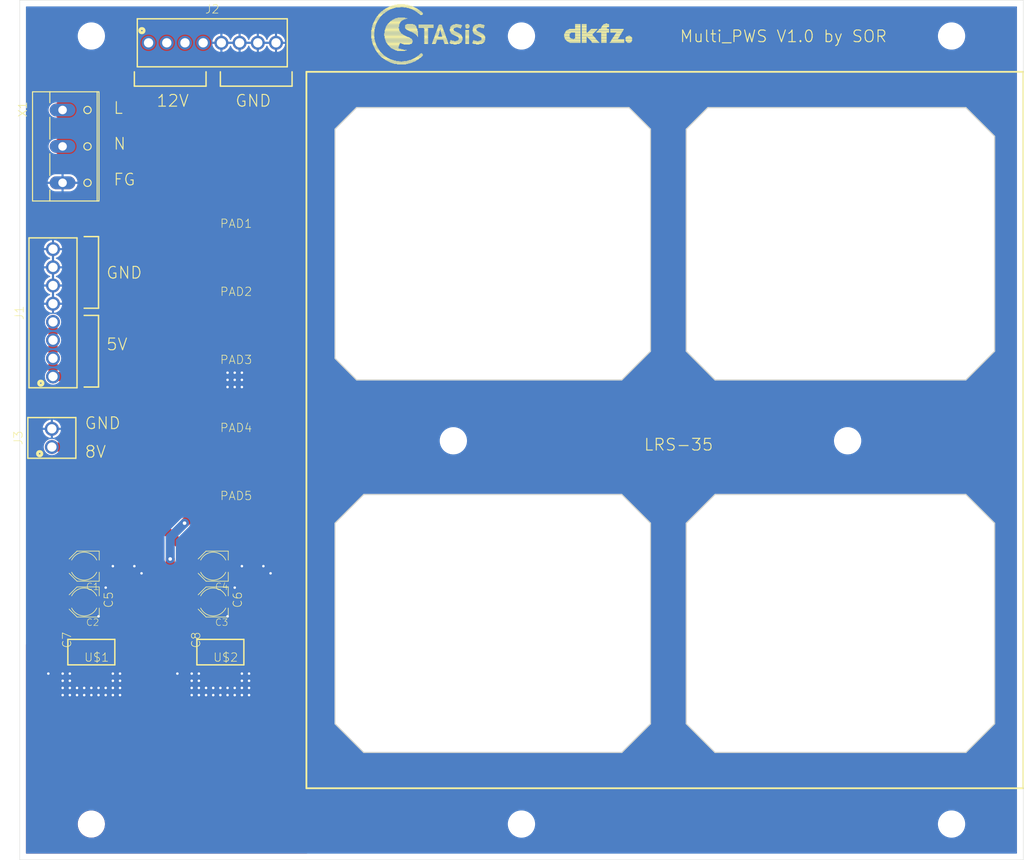
<source format=kicad_pcb>
(kicad_pcb (version 20240108) (generator "pcbnew") (generator_version "8.0")
  (layers (0 "F.Cu" signal) (31 "B.Cu" signal) (34 "B.Paste" user) (35 "F.Paste" user) (36 "B.SilkS" user "B.Silkscreen") (37 "F.SilkS" user "F.Silkscreen") (38 "B.Mask" user) (39 "F.Mask" user) (44 "Edge.Cuts" user))
  (net 0 "")
  (net 1 "L")
  (net 2 "N")
  (net 3 "12V")
  (net 4 "5V")
  (net 5 "8V")
  (net 6 "GND")
  (footprint "" (layer "F.Cu") (at 208.5011 50.0036)
    (property "Reference" "@HOLE2" (hide yes))
    (property "Value" "")
    (pad "" np_thru_hole circle (at 0 0) (size 3.3 3.3) (drill 3.3) (layers "*.Cu" "*.Mask"))
  )
  (footprint "Multi_PWS_V1p0:PANASONIC_B_334" (layer "F.Cu") (at 105.5011 129.0036 180)
    (property "Reference" "C3" (at -2.15 -2.3 0) (layer "F.SilkS") (effects (font (size 0.941222 0.941222) (thickness 0.074778)) (justify right top)))
    (property "Value" "22µF")
    (pad "+" smd rect (at 1.6 0 180) (size 2.2 1.4) (layers "F.Cu" "F.Paste" "F.Mask") (net 4 "5V"))
    (pad "-" smd rect (at -1.6 0 180) (size 2.2 1.4) (layers "F.Cu" "F.Paste" "F.Mask") (net 6 "GND"))
  )
  (footprint "Multi_PWS_V1p0:691210910008_16280519" (layer "F.Cu") (at 83.1511 88.6436 90)
    (property "Reference" "J1" (at 0 -4 90) (layer "F.SilkS") (effects (font (size 1.176528 1.176528) (thickness 0.093472)) (justify bottom)))
    (property "Value" "5V")
    (pad "1" thru_hole circle (at -8.89 0 90) (size 1.95 1.95) (drill 1.3) (layers "*.Cu" "*.Mask") (net 4 "5V"))
    (pad "2" thru_hole circle (at -6.35 0 90) (size 1.95 1.95) (drill 1.3) (layers "*.Cu" "*.Mask") (net 4 "5V"))
    (pad "3" thru_hole circle (at -3.81 0 90) (size 1.95 1.95) (drill 1.3) (layers "*.Cu" "*.Mask") (net 4 "5V"))
    (pad "4" thru_hole circle (at -1.27 0 90) (size 1.95 1.95) (drill 1.3) (layers "*.Cu" "*.Mask") (net 4 "5V"))
    (pad "5" thru_hole circle (at 1.27 0 90) (size 1.95 1.95) (drill 1.3) (layers "*.Cu" "*.Mask") (net 6 "GND"))
    (pad "6" thru_hole circle (at 3.81 0 90) (size 1.95 1.95) (drill 1.3) (layers "*.Cu" "*.Mask") (net 6 "GND"))
    (pad "7" thru_hole circle (at 6.35 0 90) (size 1.95 1.95) (drill 1.3) (layers "*.Cu" "*.Mask") (net 6 "GND"))
    (pad "8" thru_hole circle (at 8.89 0 90) (size 1.95 1.95) (drill 1.3) (layers "*.Cu" "*.Mask") (net 6 "GND"))
  )
  (footprint "Multi_PWS_V1p0:C1210_334" (layer "F.Cu") (at 93.5011 128.0036 90)
    (property "Reference" "C5" (at -1.905 -1.905 90) (layer "F.SilkS") (effects (font (size 1.176528 1.176528) (thickness 0.093472)) (justify left bottom)))
    (property "Value" "10µF")
    (pad "1" smd rect (at -1.4 0 90) (size 1.6 2.7) (layers "F.Cu" "F.Paste" "F.Mask") (net 3 "12V"))
    (pad "2" smd rect (at 1.4 0 90) (size 1.6 2.7) (layers "F.Cu" "F.Paste" "F.Mask") (net 6 "GND"))
  )
  (footprint "" (layer "F.Cu") (at 194.0011 106.5036)
    (property "Reference" "@HOLE7" (hide yes))
    (property "Value" "")
    (pad "" np_thru_hole circle (at 0 0) (size 3.3 3.3) (drill 3.3) (layers "*.Cu" "*.Mask"))
  )
  (footprint "Multi_PWS_V1p0:SMD2,54-5,08_412" (layer "F.Cu") (at 108.5011 112.0036 90)
    (property "Reference" "PAD5" (at -1.5 2.5 0) (layer "F.SilkS") (effects (font (size 1.176528 1.176528) (thickness 0.093472)) (justify right top)))
    (property "Value" "")
    (pad "1" smd rect (at 0 0 90) (size 2.54 5.08) (layers "F.Cu" "F.Paste" "F.Mask") (net 3 "12V"))
  )
  (footprint "Multi_PWS_V1p0:SMD2,54-5,08_412" (layer "F.Cu") (at 108.5011 74.0036 90)
    (property "Reference" "PAD1" (at -1.5 2.5 0) (layer "F.SilkS") (effects (font (size 1.176528 1.176528) (thickness 0.093472)) (justify right top)))
    (property "Value" "")
    (pad "1" smd rect (at 0 0 90) (size 2.54 5.08) (layers "F.Cu" "F.Paste" "F.Mask") (net 1 "L"))
  )
  (footprint "Multi_PWS_V1p0:C1210_334" (layer "F.Cu") (at 111.5011 128.0036 90)
    (property "Reference" "C6" (at -1.905 -1.905 90) (layer "F.SilkS") (effects (font (size 1.176528 1.176528) (thickness 0.093472)) (justify left bottom)))
    (property "Value" "10µF")
    (pad "1" smd rect (at -1.4 0 90) (size 1.6 2.7) (layers "F.Cu" "F.Paste" "F.Mask") (net 3 "12V"))
    (pad "2" smd rect (at 1.4 0 90) (size 1.6 2.7) (layers "F.Cu" "F.Paste" "F.Mask") (net 6 "GND"))
  )
  (footprint "Multi_PWS_V1p0:SOT223" (layer "F.Cu") (at 106.5011 136.0036 180)
    (property "Reference" "U$2" (at -2.54 -0.0508 0) (layer "F.SilkS") (effects (font (size 1.176528 1.176528) (thickness 0.093472)) (justify right top)))
    (property "Value" "LM2940IMPX-5.0")
    (pad "1" smd rect (at -2.3114 3.0988 180) (size 1.2192 2.2352) (layers "F.Cu" "F.Paste" "F.Mask") (net 3 "12V"))
    (pad "2" smd rect (at 0 3.0988 180) (size 1.2192 2.2352) (layers "F.Cu" "F.Paste" "F.Mask") (net 6 "GND"))
    (pad "3" smd rect (at 2.3114 3.0988 180) (size 1.2192 2.2352) (layers "F.Cu" "F.Paste" "F.Mask") (net 4 "5V"))
    (pad "4" smd rect (at 0 -3.099 180) (size 3.6 2.2) (layers "F.Cu" "F.Paste" "F.Mask") (net 6 "GND"))
  )
  (footprint "Multi_PWS_V1p0:691210910008_16280519" (layer "F.Cu") (at 105.3711 50.9536)
    (property "Reference" "J2" (at 0 -4 0) (layer "F.SilkS") (effects (font (size 1.176528 1.176528) (thickness 0.093472)) (justify bottom)))
    (property "Value" "Fans (12V)")
    (pad "1" thru_hole circle (at -8.89 0) (size 1.95 1.95) (drill 1.3) (layers "*.Cu" "*.Mask") (net 3 "12V"))
    (pad "2" thru_hole circle (at -6.35 0) (size 1.95 1.95) (drill 1.3) (layers "*.Cu" "*.Mask") (net 3 "12V"))
    (pad "3" thru_hole circle (at -3.81 0) (size 1.95 1.95) (drill 1.3) (layers "*.Cu" "*.Mask") (net 3 "12V"))
    (pad "4" thru_hole circle (at -1.27 0) (size 1.95 1.95) (drill 1.3) (layers "*.Cu" "*.Mask") (net 3 "12V"))
    (pad "5" thru_hole circle (at 1.27 0) (size 1.95 1.95) (drill 1.3) (layers "*.Cu" "*.Mask") (net 6 "GND"))
    (pad "6" thru_hole circle (at 3.81 0) (size 1.95 1.95) (drill 1.3) (layers "*.Cu" "*.Mask") (net 6 "GND"))
    (pad "7" thru_hole circle (at 6.35 0) (size 1.95 1.95) (drill 1.3) (layers "*.Cu" "*.Mask") (net 6 "GND"))
    (pad "8" thru_hole circle (at 8.89 0) (size 1.95 1.95) (drill 1.3) (layers "*.Cu" "*.Mask") (net 6 "GND"))
  )
  (footprint "Multi_PWS_V1p0:SMD2,54-5,08_412" (layer "F.Cu") (at 108.5011 102.5036 90)
    (property "Reference" "PAD4" (at -1.5 2.5 0) (layer "F.SilkS") (effects (font (size 1.176528 1.176528) (thickness 0.093472)) (justify right top)))
    (property "Value" "")
    (pad "1" smd rect (at 0 0 90) (size 2.54 5.08) (layers "F.Cu" "F.Paste" "F.Mask") (net 6 "GND"))
  )
  (footprint "Multi_PWS_V1p0:C1210_334" (layer "F.Cu") (at 100.5011 135.0036 -90)
    (property "Reference" "C8" (at -1.905 -1.905 90) (layer "F.SilkS") (effects (font (size 1.176528 1.176528) (thickness 0.093472)) (justify right top)))
    (property "Value" "100nF")
    (pad "1" smd rect (at -1.4 0 270) (size 1.6 2.7) (layers "F.Cu" "F.Paste" "F.Mask") (net 4 "5V"))
    (pad "2" smd rect (at 1.4 0 270) (size 1.6 2.7) (layers "F.Cu" "F.Paste" "F.Mask") (net 6 "GND"))
  )
  (footprint "Multi_PWS_V1p0:PANASONIC_B_334" (layer "F.Cu") (at 87.5011 124.0036 180)
    (property "Reference" "C1" (at -2.15 -2.3 0) (layer "F.SilkS") (effects (font (size 0.941222 0.941222) (thickness 0.074778)) (justify right top)))
    (property "Value" "22µF")
    (pad "+" smd rect (at 1.6 0 180) (size 2.2 1.4) (layers "F.Cu" "F.Paste" "F.Mask") (net 5 "8V"))
    (pad "-" smd rect (at -1.6 0 180) (size 2.2 1.4) (layers "F.Cu" "F.Paste" "F.Mask") (net 6 "GND"))
  )
  (footprint "Multi_PWS_V1p0:691210910002_16280519" (layer "F.Cu") (at 82.9911 106.1036 90)
    (property "Reference" "J3" (at 0 -4 90) (layer "F.SilkS") (effects (font (size 1.176528 1.176528) (thickness 0.093472)) (justify bottom)))
    (property "Value" "8V")
    (pad "1" thru_hole circle (at -1.27 0 90) (size 1.95 1.95) (drill 1.3) (layers "*.Cu" "*.Mask") (net 5 "8V"))
    (pad "2" thru_hole circle (at 1.27 0 90) (size 1.95 1.95) (drill 1.3) (layers "*.Cu" "*.Mask") (net 6 "GND"))
  )
  (footprint "Multi_PWS_V1p0:LOGO_STASIS" (layer "F.Cu") (at 136.5011 50.0036)
    (property "Reference" "U$4" (hide yes))
    (property "Value" "" (hide yes))
  )
  (footprint "Multi_PWS_V1p0:C1210_334" (layer "F.Cu") (at 82.5011 135.0036 -90)
    (property "Reference" "C7" (at -1.905 -1.905 90) (layer "F.SilkS") (effects (font (size 1.176528 1.176528) (thickness 0.093472)) (justify right top)))
    (property "Value" "100nF")
    (pad "1" smd rect (at -1.4 0 270) (size 1.6 2.7) (layers "F.Cu" "F.Paste" "F.Mask") (net 5 "8V"))
    (pad "2" smd rect (at 1.4 0 270) (size 1.6 2.7) (layers "F.Cu" "F.Paste" "F.Mask") (net 6 "GND"))
  )
  (footprint "" (layer "F.Cu") (at 88.5011 160.0036)
    (property "Reference" "@HOLE1" (hide yes))
    (property "Value" "")
    (pad "" np_thru_hole circle (at 0 0) (size 3.3 3.3) (drill 3.3) (layers "*.Cu" "*.Mask"))
  )
  (footprint "Multi_PWS_V1p0:SMD2,54-5,08_412" (layer "F.Cu") (at 108.5011 93.0036 90)
    (property "Reference" "PAD3" (at -1.5 2.5 0) (layer "F.SilkS") (effects (font (size 1.176528 1.176528) (thickness 0.093472)) (justify right top)))
    (property "Value" "")
    (pad "1" smd rect (at 0 0 90) (size 2.54 5.08) (layers "F.Cu" "F.Paste" "F.Mask") (net 6 "GND"))
  )
  (footprint "" (layer "F.Cu") (at 148.5011 160.0036)
    (property "Reference" "@HOLE5" (hide yes))
    (property "Value" "")
    (pad "" np_thru_hole circle (at 0 0) (size 3.3 3.3) (drill 3.3) (layers "*.Cu" "*.Mask"))
  )
  (footprint "" (layer "F.Cu") (at 148.5011 50.0036)
    (property "Reference" "@HOLE4" (hide yes))
    (property "Value" "")
    (pad "" np_thru_hole circle (at 0 0) (size 3.3 3.3) (drill 3.3) (layers "*.Cu" "*.Mask"))
  )
  (footprint "Multi_PWS_V1p0:SOT223" (layer "F.Cu") (at 88.5011 136.0036 180)
    (property "Reference" "U$1" (at -2.54 -0.0508 0) (layer "F.SilkS") (effects (font (size 1.176528 1.176528) (thickness 0.093472)) (justify right top)))
    (property "Value" "LM2940IMPX-8.0")
    (pad "1" smd rect (at -2.3114 3.0988 180) (size 1.2192 2.2352) (layers "F.Cu" "F.Paste" "F.Mask") (net 3 "12V"))
    (pad "2" smd rect (at 0 3.0988 180) (size 1.2192 2.2352) (layers "F.Cu" "F.Paste" "F.Mask") (net 6 "GND"))
    (pad "3" smd rect (at 2.3114 3.0988 180) (size 1.2192 2.2352) (layers "F.Cu" "F.Paste" "F.Mask") (net 5 "8V"))
    (pad "4" smd rect (at 0 -3.099 180) (size 3.6 2.2) (layers "F.Cu" "F.Paste" "F.Mask") (net 6 "GND"))
  )
  (footprint "Multi_PWS_V1p0:PANASONIC_B_334" (layer "F.Cu") (at 105.5011 124.0036 180)
    (property "Reference" "C4" (at -2.15 -2.3 0) (layer "F.SilkS") (effects (font (size 0.941222 0.941222) (thickness 0.074778)) (justify right top)))
    (property "Value" "22µF")
    (pad "+" smd rect (at 1.6 0 180) (size 2.2 1.4) (layers "F.Cu" "F.Paste" "F.Mask") (net 4 "5V"))
    (pad "-" smd rect (at -1.6 0 180) (size 2.2 1.4) (layers "F.Cu" "F.Paste" "F.Mask") (net 6 "GND"))
  )
  (footprint "Multi_PWS_V1p0:W237-3E_196" (layer "F.Cu") (at 85.1211 65.4136 -90)
    (property "Reference" "X1" (at -6.35 6.858 90) (layer "F.SilkS") (effects (font (size 1.1557 1.1557) (thickness 0.1143)) (justify right top)))
    (property "Value" "")
    (pad "1" thru_hole oval (at -5.08 0.635) (size 3.5814 1.7907) (drill 1.1938) (layers "*.Cu" "*.Mask") (net 1 "L"))
    (pad "2" thru_hole oval (at 0 0.635) (size 3.5814 1.7907) (drill 1.1938) (layers "*.Cu" "*.Mask") (net 2 "N"))
    (pad "3" thru_hole oval (at 5.08 0.635) (size 3.5814 1.7907) (drill 1.1938) (layers "*.Cu" "*.Mask") (net 6 "GND"))
  )
  (footprint "" (layer "F.Cu") (at 208.5011 160.0036)
    (property "Reference" "@HOLE3" (hide yes))
    (property "Value" "")
    (pad "" np_thru_hole circle (at 0 0) (size 3.3 3.3) (drill 3.3) (layers "*.Cu" "*.Mask"))
  )
  (footprint "" (layer "F.Cu") (at 88.5011 50.0036)
    (property "Reference" "@HOLE0" (hide yes))
    (property "Value" "")
    (pad "" np_thru_hole circle (at 0 0) (size 3.3 3.3) (drill 3.3) (layers "*.Cu" "*.Mask"))
  )
  (footprint "Multi_PWS_V1p0:PANASONIC_B_334" (layer "F.Cu") (at 87.5011 129.0036 180)
    (property "Reference" "C2" (at -2.15 -2.3 0) (layer "F.SilkS") (effects (font (size 0.941222 0.941222) (thickness 0.074778)) (justify right top)))
    (property "Value" "22µF")
    (pad "+" smd rect (at 1.6 0 180) (size 2.2 1.4) (layers "F.Cu" "F.Paste" "F.Mask") (net 5 "8V"))
    (pad "-" smd rect (at -1.6 0 180) (size 2.2 1.4) (layers "F.Cu" "F.Paste" "F.Mask") (net 6 "GND"))
  )
  (footprint "Multi_PWS_V1p0:SMD2,54-5,08_412" (layer "F.Cu") (at 108.5011 83.5036 90)
    (property "Reference" "PAD2" (at -1.5 2.5 0) (layer "F.SilkS") (effects (font (size 1.176528 1.176528) (thickness 0.093472)) (justify right top)))
    (property "Value" "")
    (pad "1" smd rect (at 0 0 90) (size 2.54 5.08) (layers "F.Cu" "F.Paste" "F.Mask") (net 2 "N"))
  )
  (footprint "Multi_PWS_V1p0:LOGO_DKFZ" (layer "F.Cu") (at 154.5011 51.0036)
    (property "Reference" "U$3" (hide yes))
    (property "Value" "" (hide yes))
  )
  (footprint "" (layer "F.Cu") (at 139.0011 106.5036)
    (property "Reference" "@HOLE6" (hide yes))
    (property "Value" "")
    (pad "" np_thru_hole circle (at 0 0) (size 3.3 3.3) (drill 3.3) (layers "*.Cu" "*.Mask"))
  )
  (gr_line (start 87.5011 89.0036) (end 89.5011 89.0036) (stroke (width 0.2032)) (layer "F.SilkS"))
  (gr_line (start 118.5011 55.0036) (end 218.5011 55.0036) (stroke (width 0.254)) (layer "F.SilkS"))
  (gr_line (start 89.5011 99.0036) (end 87.5011 99.0036) (stroke (width 0.2032)) (layer "F.SilkS"))
  (gr_line (start 118.5011 155.0036) (end 118.5011 55.0036) (stroke (width 0.254)) (layer "F.SilkS"))
  (gr_line (start 218.5011 55.0036) (end 218.5011 155.0036) (stroke (width 0.254)) (layer "F.SilkS"))
  (gr_line (start 116.5011 57.0036) (end 116.5011 55.0036) (stroke (width 0.2032)) (layer "F.SilkS"))
  (gr_line (start 218.5011 155.0036) (end 118.5011 155.0036) (stroke (width 0.254)) (layer "F.SilkS"))
  (gr_line (start 106.5011 57.0036) (end 116.5011 57.0036) (stroke (width 0.2032)) (layer "F.SilkS"))
  (gr_line (start 94.5011 55.0036) (end 94.5011 57.0036) (stroke (width 0.2032)) (layer "F.SilkS"))
  (gr_line (start 104.5011 57.0036) (end 104.5011 55.0036) (stroke (width 0.2032)) (layer "F.SilkS"))
  (gr_line (start 89.5011 89.0036) (end 89.5011 99.0036) (stroke (width 0.2032)) (layer "F.SilkS"))
  (gr_line (start 89.5011 78.0036) (end 87.5011 78.0036) (stroke (width 0.2032)) (layer "F.SilkS"))
  (gr_line (start 106.5011 55.0036) (end 106.5011 57.0036) (stroke (width 0.2032)) (layer "F.SilkS"))
  (gr_line (start 94.5011 57.0036) (end 104.5011 57.0036) (stroke (width 0.2032)) (layer "F.SilkS"))
  (gr_line (start 89.5011 88.0036) (end 89.5011 78.0036) (stroke (width 0.2032)) (layer "F.SilkS"))
  (gr_line (start 87.5011 88.0036) (end 89.5011 88.0036) (stroke (width 0.2032)) (layer "F.SilkS"))
  (gr_line (start 162.5011 150.0036) (end 166.5011 146.0036) (stroke (width 0.1524)) (layer "Edge.Cuts"))
  (gr_line (start 166.5011 94.0036) (end 166.5011 63.0036) (stroke (width 0.1524)) (layer "Edge.Cuts"))
  (gr_line (start 175.5011 98.0036) (end 210.5011 98.0036) (stroke (width 0.1524)) (layer "Edge.Cuts"))
  (gr_line (start 171.5011 63.0036) (end 171.5011 94.0036) (stroke (width 0.1524)) (layer "Edge.Cuts"))
  (gr_line (start 214.5011 118.0036) (end 214.5011 146.0036) (stroke (width 0.1524)) (layer "Edge.Cuts"))
  (gr_line (start 125.5011 98.0036) (end 162.5011 98.0036) (stroke (width 0.1524)) (layer "Edge.Cuts"))
  (gr_line (start 166.5011 146.0036) (end 166.5011 118.0036) (stroke (width 0.1524)) (layer "Edge.Cuts"))
  (gr_line (start 171.5011 146.0036) (end 171.5011 118.0036) (stroke (width 0.1524)) (layer "Edge.Cuts"))
  (gr_line (start 171.5011 94.0036) (end 175.5011 98.0036) (stroke (width 0.1524)) (layer "Edge.Cuts"))
  (gr_line (start 166.5011 118.0036) (end 162.5011 114.0036) (stroke (width 0.1524)) (layer "Edge.Cuts"))
  (gr_line (start 122.5011 146.0036) (end 126.5011 150.0036) (stroke (width 0.1524)) (layer "Edge.Cuts"))
  (gr_line (start 78.5011 45.0036) (end 78.5011 165.0036) (stroke (width 0.05)) (layer "Edge.Cuts"))
  (gr_line (start 126.5011 150.0036) (end 162.5011 150.0036) (stroke (width 0.1524)) (layer "Edge.Cuts"))
  (gr_line (start 218.5011 165.0036) (end 218.5011 45.0036) (stroke (width 0.05)) (layer "Edge.Cuts"))
  (gr_line (start 218.5011 45.0036) (end 78.5011 45.0036) (stroke (width 0.05)) (layer "Edge.Cuts"))
  (gr_line (start 210.5011 60.0036) (end 174.5011 60.0036) (stroke (width 0.1524)) (layer "Edge.Cuts"))
  (gr_line (start 174.5011 60.0036) (end 171.5011 63.0036) (stroke (width 0.1524)) (layer "Edge.Cuts"))
  (gr_line (start 214.5011 64.0036) (end 210.5011 60.0036) (stroke (width 0.1524)) (layer "Edge.Cuts"))
  (gr_line (start 162.5011 114.0036) (end 126.5011 114.0036) (stroke (width 0.1524)) (layer "Edge.Cuts"))
  (gr_line (start 214.5011 94.0036) (end 214.5011 64.0036) (stroke (width 0.1524)) (layer "Edge.Cuts"))
  (gr_line (start 163.5011 60.0036) (end 125.5011 60.0036) (stroke (width 0.1524)) (layer "Edge.Cuts"))
  (gr_line (start 78.5011 165.0036) (end 218.5011 165.0036) (stroke (width 0.05)) (layer "Edge.Cuts"))
  (gr_line (start 210.5011 114.0036) (end 214.5011 118.0036) (stroke (width 0.1524)) (layer "Edge.Cuts"))
  (gr_line (start 122.5011 95.0036) (end 125.5011 98.0036) (stroke (width 0.1524)) (layer "Edge.Cuts"))
  (gr_line (start 166.5011 63.0036) (end 163.5011 60.0036) (stroke (width 0.1524)) (layer "Edge.Cuts"))
  (gr_line (start 126.5011 114.0036) (end 122.5011 118.0036) (stroke (width 0.1524)) (layer "Edge.Cuts"))
  (gr_line (start 171.5011 118.0036) (end 175.5011 114.0036) (stroke (width 0.1524)) (layer "Edge.Cuts"))
  (gr_line (start 210.5011 98.0036) (end 214.5011 94.0036) (stroke (width 0.1524)) (layer "Edge.Cuts"))
  (gr_line (start 214.5011 146.0036) (end 210.5011 150.0036) (stroke (width 0.1524)) (layer "Edge.Cuts"))
  (gr_line (start 175.5011 114.0036) (end 210.5011 114.0036) (stroke (width 0.1524)) (layer "Edge.Cuts"))
  (gr_line (start 122.5011 63.0036) (end 122.5011 95.0036) (stroke (width 0.1524)) (layer "Edge.Cuts"))
  (gr_line (start 175.5011 150.0036) (end 171.5011 146.0036) (stroke (width 0.1524)) (layer "Edge.Cuts"))
  (gr_line (start 210.5011 150.0036) (end 175.5011 150.0036) (stroke (width 0.1524)) (layer "Edge.Cuts"))
  (gr_line (start 162.5011 98.0036) (end 166.5011 94.0036) (stroke (width 0.1524)) (layer "Edge.Cuts"))
  (gr_line (start 125.5011 60.0036) (end 122.5011 63.0036) (stroke (width 0.1524)) (layer "Edge.Cuts"))
  (gr_line (start 122.5011 118.0036) (end 122.5011 146.0036) (stroke (width 0.1524)) (layer "Edge.Cuts"))
  (gr_text "12V" (at 97.5011 60.0036 0) (layer "F.SilkS") (effects (font (size 1.63576 1.63576) (thickness 0.14224)) (justify left bottom)))
  (gr_text "GND" (at 87.5011 105.0036 0) (layer "F.SilkS") (effects (font (size 1.63576 1.63576) (thickness 0.14224)) (justify left bottom)))
  (gr_text "Multi_PWS V1.0 by SOR" (at 170.5011 51.0036 0) (layer "F.SilkS") (effects (font (size 1.63576 1.63576) (thickness 0.14224)) (justify left bottom)))
  (gr_text "GND" (at 108.5011 60.0036 0) (layer "F.SilkS") (effects (font (size 1.63576 1.63576) (thickness 0.14224)) (justify left bottom)))
  (gr_text "N" (at 91.5011 66.0036 0) (layer "F.SilkS") (effects (font (size 1.63576 1.63576) (thickness 0.14224)) (justify left bottom)))
  (gr_text "8V" (at 87.5011 109.0036 0) (layer "F.SilkS") (effects (font (size 1.63576 1.63576) (thickness 0.14224)) (justify left bottom)))
  (gr_text "L" (at 91.5011 61.0036 0) (layer "F.SilkS") (effects (font (size 1.63576 1.63576) (thickness 0.14224)) (justify left bottom)))
  (gr_text "LRS-35" (at 165.5011 108.0036 0) (layer "F.SilkS") (effects (font (size 1.63576 1.63576) (thickness 0.14224)) (justify left bottom)))
  (gr_text "FG" (at 91.5011 71.0036 0) (layer "F.SilkS") (effects (font (size 1.63576 1.63576) (thickness 0.14224)) (justify left bottom)))
  (gr_text "5V" (at 90.5011 94.0036 0) (layer "F.SilkS") (effects (font (size 1.63576 1.63576) (thickness 0.14224)) (justify left bottom)))
  (gr_text "GND" (at 90.5011 84.0036 0) (layer "F.SilkS") (effects (font (size 1.63576 1.63576) (thickness 0.14224)) (justify left bottom)))
  (segment (start 108.5011 74.0036) (end 94.8311 60.3336) (width 2.54) (layer "F.Cu") (net 1))
  (segment (start 94.8311 60.3336) (end 84.4861 60.3336) (width 2.54) (layer "F.Cu") (net 1))
  (segment (start 108.5011 83.5036) (end 90.4111 65.4136) (width 2.54) (layer "F.Cu") (net 2))
  (segment (start 90.4111 65.4136) (end 84.4861 65.4136) (width 2.54) (layer "F.Cu") (net 2))
  (segment (start 101.5611 50.9536) (end 99.0211 50.9536) (width 2.54) (layer "F.Cu") (net 3))
  (segment (start 104.1011 50.9536) (end 101.5611 50.9536) (width 2.54) (layer "F.Cu") (net 3))
  (segment (start 90.8125 132.0922) (end 93.5011 129.4036) (width 1.27) (layer "F.Cu") (net 3))
  (segment (start 116.1011 129.4036) (end 111.5011 129.4036) (width 1.27) (layer "F.Cu") (net 3))
  (segment (start 101.5011 118.0036) (end 107.5011 112.0036) (width 1.27) (layer "F.Cu") (net 3))
  (segment (start 99.0211 54.5236) (end 99.0211 50.9536) (width 2.54) (layer "F.Cu") (net 3))
  (segment (start 111.5011 129.4036) (end 111.5011 130.2162) (width 1.27) (layer "F.Cu") (net 3))
  (segment (start 115.5011 111.0036) (end 115.5011 117.0036) (width 2.54) (layer "F.Cu") (net 3))
  (segment (start 115.5011 117.0036) (end 116.5011 118.0036) (width 2.54) (layer "F.Cu") (net 3))
  (segment (start 107.5011 112.0036) (end 108.5011 112.0036) (width 1.27) (layer "F.Cu") (net 3))
  (segment (start 100.5011 56.0036) (end 99.0211 54.5236) (width 2.54) (layer "F.Cu") (net 3))
  (segment (start 98.1011 129.4036) (end 99.5011 128.0036) (width 1.27) (layer "F.Cu") (net 3))
  (segment (start 99.5011 128.0036) (end 99.5011 123.0036) (width 1.27) (layer "F.Cu") (net 3))
  (segment (start 96.4811 50.9536) (end 99.0211 50.9536) (width 2.54) (layer "F.Cu") (net 3))
  (segment (start 93.5011 129.4036) (end 98.1011 129.4036) (width 1.27) (layer "F.Cu") (net 3))
  (segment (start 108.5011 112.0036) (end 114.5011 112.0036) (width 2.54) (layer "F.Cu") (net 3))
  (segment (start 111.5011 130.2162) (end 108.8125 132.9048) (width 1.27) (layer "F.Cu") (net 3))
  (segment (start 109.5011 56.0036) (end 100.5011 56.0036) (width 2.54) (layer "F.Cu") (net 3))
  (segment (start 115.5011 111.0036) (end 115.5011 62.0036) (width 2.54) (layer "F.Cu") (net 3))
  (segment (start 116.5011 129.0036) (end 116.1011 129.4036) (width 1.27) (layer "F.Cu") (net 3))
  (segment (start 116.5011 118.0036) (end 116.5011 129.0036) (width 2.54) (layer "F.Cu") (net 3))
  (segment (start 115.5011 62.0036) (end 109.5011 56.0036) (width 2.54) (layer "F.Cu") (net 3))
  (segment (start 90.8125 132.9048) (end 90.8125 132.0922) (width 1.27) (layer "F.Cu") (net 3))
  (segment (start 114.5011 112.0036) (end 115.5011 111.0036) (width 2.54) (layer "F.Cu") (net 3))
  (via (at 99.5011 123.0036) (size 0.9064) (drill 0.5) (layers "F.Cu" "B.Cu") (net 3))
  (via (at 101.5011 118.0036) (size 0.9064) (drill 0.5) (layers "F.Cu" "B.Cu") (net 3))
  (segment (start 99.5011 123.0036) (end 99.5011 120.0036) (width 1.27) (layer "B.Cu") (net 3))
  (segment (start 99.5011 120.0036) (end 101.5011 118.0036) (width 1.27) (layer "B.Cu") (net 3))
  (segment (start 103.4909 133.6036) (end 100.5011 133.6036) (width 1.27) (layer "F.Cu") (net 4))
  (segment (start 104.1897 132.9048) (end 103.4909 133.6036) (width 1.27) (layer "F.Cu") (net 4))
  (segment (start 92.5011 112.6036) (end 92.5011 102.0036) (width 1.27) (layer "F.Cu") (net 4))
  (segment (start 103.9011 124.0036) (end 92.5011 112.6036) (width 1.27) (layer "F.Cu") (net 4))
  (segment (start 88.0311 97.5336) (end 83.1511 97.5336) (width 1.27) (layer "F.Cu") (net 4))
  (segment (start 104.1897 132.9048) (end 104.1897 129.2922) (width 1.27) (layer "F.Cu") (net 4))
  (segment (start 83.1511 92.4536) (end 83.1511 89.9136) (width 1.27) (layer "F.Cu") (net 4))
  (segment (start 103.9011 129.0036) (end 103.9011 124.0036) (width 1.27) (layer "F.Cu") (net 4))
  (segment (start 83.1511 97.5336) (end 83.1511 94.9936) (width 1.27) (layer "F.Cu") (net 4))
  (segment (start 83.1511 94.9936) (end 83.1511 92.4536) (width 1.27) (layer "F.Cu") (net 4))
  (segment (start 92.5011 102.0036) (end 88.0311 97.5336) (width 1.27) (layer "F.Cu") (net 4))
  (segment (start 104.1897 129.2922) (end 103.9011 129.0036) (width 1.27) (layer "F.Cu") (net 4))
  (segment (start 85.9011 129.0036) (end 85.9011 124.0036) (width 2) (layer "F.Cu") (net 5))
  (segment (start 85.9011 132.6162) (end 85.9011 129.0036) (width 2) (layer "F.Cu") (net 5))
  (segment (start 86.1897 132.9048) (end 85.9011 132.6162) (width 1.27) (layer "F.Cu") (net 5))
  (segment (start 86.1897 132.9048) (end 85.4909 133.6036) (width 1.27) (layer "F.Cu") (net 5))
  (segment (start 85.4909 133.6036) (end 82.5011 133.6036) (width 2) (layer "F.Cu") (net 5))
  (segment (start 82.9911 107.3736) (end 84.8711 107.3736) (width 1.27) (layer "F.Cu") (net 5))
  (segment (start 85.9011 124.0036) (end 85.9011 108.4036) (width 2) (layer "F.Cu") (net 5))
  (segment (start 85.9011 108.4036) (end 84.8711 107.3736) (width 1.27) (layer "F.Cu") (net 5))
  (via (at 109.5011 99.0036) (size 0.7564) (drill 0.35) (layers "F.Cu" "B.Cu") (net 6))
  (via (at 109.5011 139.0036) (size 0.7564) (drill 0.35) (layers "F.Cu" "B.Cu") (net 6))
  (via (at 87.5011 142.0036) (size 0.7564) (drill 0.35) (layers "F.Cu" "B.Cu") (net 6))
  (via (at 91.5011 142.0036) (size 0.7564) (drill 0.35) (layers "F.Cu" "B.Cu") (net 6))
  (via (at 84.5011 142.0036) (size 0.7564) (drill 0.35) (layers "F.Cu" "B.Cu") (net 6))
  (via (at 85.5011 142.0036) (size 0.7564) (drill 0.35) (layers "F.Cu" "B.Cu") (net 6))
  (via (at 92.5011 140.0036) (size 0.7564) (drill 0.35) (layers "F.Cu" "B.Cu") (net 6))
  (via (at 110.5011 142.0036) (size 0.7564) (drill 0.35) (layers "F.Cu" "B.Cu") (net 6))
  (via (at 107.5011 142.0036) (size 0.7564) (drill 0.35) (layers "F.Cu" "B.Cu") (net 6))
  (via (at 108.5011 98.0036) (size 0.7564) (drill 0.35) (layers "F.Cu" "B.Cu") (net 6))
  (via (at 109.5011 140.0036) (size 0.7564) (drill 0.35) (layers "F.Cu" "B.Cu") (net 6))
  (via (at 82.5011 139.0036) (size 0.7564) (drill 0.35) (layers "F.Cu" "B.Cu") (net 6))
  (via (at 104.5011 141.0036) (size 0.7564) (drill 0.35) (layers "F.Cu" "B.Cu") (net 6))
  (via (at 90.5011 127.0036) (size 0.7564) (drill 0.35) (layers "F.Cu" "B.Cu") (net 6))
  (via (at 89.5011 142.0036) (size 0.7564) (drill 0.35) (layers "F.Cu" "B.Cu") (net 6))
  (via (at 88.5011 142.0036) (size 0.7564) (drill 0.35) (layers "F.Cu" "B.Cu") (net 6))
  (via (at 102.5011 142.0036) (size 0.7564) (drill 0.35) (layers "F.Cu" "B.Cu") (net 6))
  (via (at 91.5011 124.0036) (size 0.7564) (drill 0.35) (layers "F.Cu" "B.Cu") (net 6))
  (via (at 89.5011 131.0036) (size 0.7564) (drill 0.35) (layers "F.Cu" "B.Cu") (net 6))
  (via (at 107.5011 99.0036) (size 0.7564) (drill 0.35) (layers "F.Cu" "B.Cu") (net 6))
  (via (at 102.5011 141.0036) (size 0.7564) (drill 0.35) (layers "F.Cu" "B.Cu") (net 6))
  (via (at 108.5011 142.0036) (size 0.7564) (drill 0.35) (layers "F.Cu" "B.Cu") (net 6))
  (via (at 110.5011 140.0036) (size 0.7564) (drill 0.35) (layers "F.Cu" "B.Cu") (net 6))
  (via (at 108.5011 141.0036) (size 0.7564) (drill 0.35) (layers "F.Cu" "B.Cu") (net 6))
  (via (at 103.5011 141.0036) (size 0.7564) (drill 0.35) (layers "F.Cu" "B.Cu") (net 6))
  (via (at 92.5011 142.0036) (size 0.7564) (drill 0.35) (layers "F.Cu" "B.Cu") (net 6))
  (via (at 106.5011 141.0036) (size 0.7564) (drill 0.35) (layers "F.Cu" "B.Cu") (net 6))
  (via (at 109.5011 98.0036) (size 0.7564) (drill 0.35) (layers "F.Cu" "B.Cu") (net 6))
  (via (at 109.5011 141.0036) (size 0.7564) (drill 0.35) (layers "F.Cu" "B.Cu") (net 6))
  (via (at 92.5011 139.0036) (size 0.7564) (drill 0.35) (layers "F.Cu" "B.Cu") (net 6))
  (via (at 94.5011 124.0036) (size 0.7564) (drill 0.35) (layers "F.Cu" "B.Cu") (net 6))
  (via (at 92.5011 141.0036) (size 0.7564) (drill 0.35) (layers "F.Cu" "B.Cu") (net 6))
  (via (at 85.5011 141.0036) (size 0.7564) (drill 0.35) (layers "F.Cu" "B.Cu") (net 6))
  (via (at 113.5011 125.0036) (size 0.7564) (drill 0.35) (layers "F.Cu" "B.Cu") (net 6))
  (via (at 106.5011 142.0036) (size 0.7564) (drill 0.35) (layers "F.Cu" "B.Cu") (net 6))
  (via (at 95.5011 125.0036) (size 0.7564) (drill 0.35) (layers "F.Cu" "B.Cu") (net 6))
  (via (at 85.5011 139.0036) (size 0.7564) (drill 0.35) (layers "F.Cu" "B.Cu") (net 6))
  (via (at 103.5011 142.0036) (size 0.7564) (drill 0.35) (layers "F.Cu" "B.Cu") (net 6))
  (via (at 91.5011 140.0036) (size 0.7564) (drill 0.35) (layers "F.Cu" "B.Cu") (net 6))
  (via (at 110.5011 139.0036) (size 0.7564) (drill 0.35) (layers "F.Cu" "B.Cu") (net 6))
  (via (at 105.5011 141.0036) (size 0.7564) (drill 0.35) (layers "F.Cu" "B.Cu") (net 6))
  (via (at 87.5011 141.0036) (size 0.7564) (drill 0.35) (layers "F.Cu" "B.Cu") (net 6))
  (via (at 107.5011 98.0036) (size 0.7564) (drill 0.35) (layers "F.Cu" "B.Cu") (net 6))
  (via (at 109.5011 97.0036) (size 0.7564) (drill 0.35) (layers "F.Cu" "B.Cu") (net 6))
  (via (at 91.5011 139.0036) (size 0.7564) (drill 0.35) (layers "F.Cu" "B.Cu") (net 6))
  (via (at 89.5011 141.0036) (size 0.7564) (drill 0.35) (layers "F.Cu" "B.Cu") (net 6))
  (via (at 91.5011 141.0036) (size 0.7564) (drill 0.35) (layers "F.Cu" "B.Cu") (net 6))
  (via (at 105.5011 142.0036) (size 0.7564) (drill 0.35) (layers "F.Cu" "B.Cu") (net 6))
  (via (at 109.5011 124.0036) (size 0.7564) (drill 0.35) (layers "F.Cu" "B.Cu") (net 6))
  (via (at 86.5011 142.0036) (size 0.7564) (drill 0.35) (layers "F.Cu" "B.Cu") (net 6))
  (via (at 108.5011 97.0036) (size 0.7564) (drill 0.35) (layers "F.Cu" "B.Cu") (net 6))
  (via (at 102.5011 140.0036) (size 0.7564) (drill 0.35) (layers "F.Cu" "B.Cu") (net 6))
  (via (at 108.5011 127.0036) (size 0.7564) (drill 0.35) (layers "F.Cu" "B.Cu") (net 6))
  (via (at 107.5011 97.0036) (size 0.7564) (drill 0.35) (layers "F.Cu" "B.Cu") (net 6))
  (via (at 109.5011 142.0036) (size 0.7564) (drill 0.35) (layers "F.Cu" "B.Cu") (net 6))
  (via (at 102.5011 139.0036) (size 0.7564) (drill 0.35) (layers "F.Cu" "B.Cu") (net 6))
  (via (at 110.5011 141.0036) (size 0.7564) (drill 0.35) (layers "F.Cu" "B.Cu") (net 6))
  (via (at 88.5011 141.0036) (size 0.7564) (drill 0.35) (layers "F.Cu" "B.Cu") (net 6))
  (via (at 107.5011 131.0036) (size 0.7564) (drill 0.35) (layers "F.Cu" "B.Cu") (net 6))
  (via (at 85.5011 140.0036) (size 0.7564) (drill 0.35) (layers "F.Cu" "B.Cu") (net 6))
  (via (at 86.5011 141.0036) (size 0.7564) (drill 0.35) (layers "F.Cu" "B.Cu") (net 6))
  (via (at 104.5011 142.0036) (size 0.7564) (drill 0.35) (layers "F.Cu" "B.Cu") (net 6))
  (via (at 84.5011 140.0036) (size 0.7564) (drill 0.35) (layers "F.Cu" "B.Cu") (net 6))
  (via (at 84.5011 141.0036) (size 0.7564) (drill 0.35) (layers "F.Cu" "B.Cu") (net 6))
  (via (at 100.5011 139.0036) (size 0.7564) (drill 0.35) (layers "F.Cu" "B.Cu") (net 6))
  (via (at 103.5011 140.0036) (size 0.7564) (drill 0.35) (layers "F.Cu" "B.Cu") (net 6))
  (via (at 108.5011 99.0036) (size 0.7564) (drill 0.35) (layers "F.Cu" "B.Cu") (net 6))
  (via (at 112.5011 124.0036) (size 0.7564) (drill 0.35) (layers "F.Cu" "B.Cu") (net 6))
  (via (at 103.5011 139.0036) (size 0.7564) (drill 0.35) (layers "F.Cu" "B.Cu") (net 6))
  (via (at 84.5011 139.0036) (size 0.7564) (drill 0.35) (layers "F.Cu" "B.Cu") (net 6))
  (via (at 90.5011 141.0036) (size 0.7564) (drill 0.35) (layers "F.Cu" "B.Cu") (net 6))
  (via (at 107.5011 141.0036) (size 0.7564) (drill 0.35) (layers "F.Cu" "B.Cu") (net 6))
  (via (at 90.5011 142.0036) (size 0.7564) (drill 0.35) (layers "F.Cu" "B.Cu") (net 6))
  (zone (net 6) (net_name "GND") (layer "F.Cu") (connect_pads yes (clearance 0.000001)) (min_thickness 0.127) (fill yes (thermal_gap 0.5) (thermal_bridge_width 0.5))
    (polygon (pts (xy 91.6281 141.1306) (xy 85.3741 141.1306) (xy 85.3741 136.8766) (xy 91.6281 136.8766)))
  )
  (zone (net 6) (net_name "GND") (layer "F.Cu") (connect_pads (clearance 0.000001)) (min_thickness 0.127) (fill yes (thermal_gap 0.304) (thermal_bridge_width 0.304))
    (polygon (pts (xy 96.6281 128.1306) (xy 89.6281 128.1306) (xy 89.6281 135.1306) (xy 87.3741 135.1306) (xy 87.3741 121.8766) (xy 96.6281 121.8766)))
  )
  (zone (net 6) (net_name "GND") (layer "F.Cu") (connect_pads (clearance 0.000001)) (min_thickness 0.127) (fill yes (thermal_gap 0.304) (thermal_bridge_width 0.304))
    (polygon (pts (xy 114.6281 128.1306) (xy 107.6281 128.1306) (xy 107.6281 136.1306) (xy 105.3741 136.1306) (xy 105.3741 121.8766) (xy 114.6281 121.8766)))
  )
  (zone (net 6) (net_name "GND") (layer "F.Cu") (connect_pads (clearance 0.000001)) (min_thickness 0.127) (fill yes (thermal_gap 0.304) (thermal_bridge_width 0.304))
    (polygon (pts (xy 112.6281 106.1306) (xy 104.3741 106.1306) (xy 104.3741 89.8766) (xy 112.6281 89.8766)))
  )
  (zone (net 6) (net_name "GND") (layer "F.Cu") (connect_pads (clearance 0.000001)) (min_thickness 0.127) (fill yes (thermal_gap 0.304) (thermal_bridge_width 0.304))
    (polygon (pts (xy 118.6281 164.1306) (xy 79.3741 164.1306) (xy 79.3741 134.8766) (xy 118.6281 134.8766)))
  )
  (zone (net 6) (net_name "GND") (layer "F.Cu") (connect_pads yes (clearance 0.000001)) (min_thickness 0.127) (fill yes (thermal_gap 0.5) (thermal_bridge_width 0.5))
    (polygon (pts (xy 109.6281 141.1306) (xy 103.3741 141.1306) (xy 103.3741 136.8766) (xy 109.6281 136.8766)))
  )
  (zone (net 6) (net_name "GND") (layer "B.Cu") (priority 6) (connect_pads (clearance 0.000001)) (min_thickness 0.127) (fill yes (thermal_gap 0.304) (thermal_bridge_width 0.304))
    (polygon (pts (xy 217.6281 164.1306) (xy 79.3741 164.1306) (xy 79.3741 45.8766) (xy 217.6281 45.8766)))
  )
)
</source>
